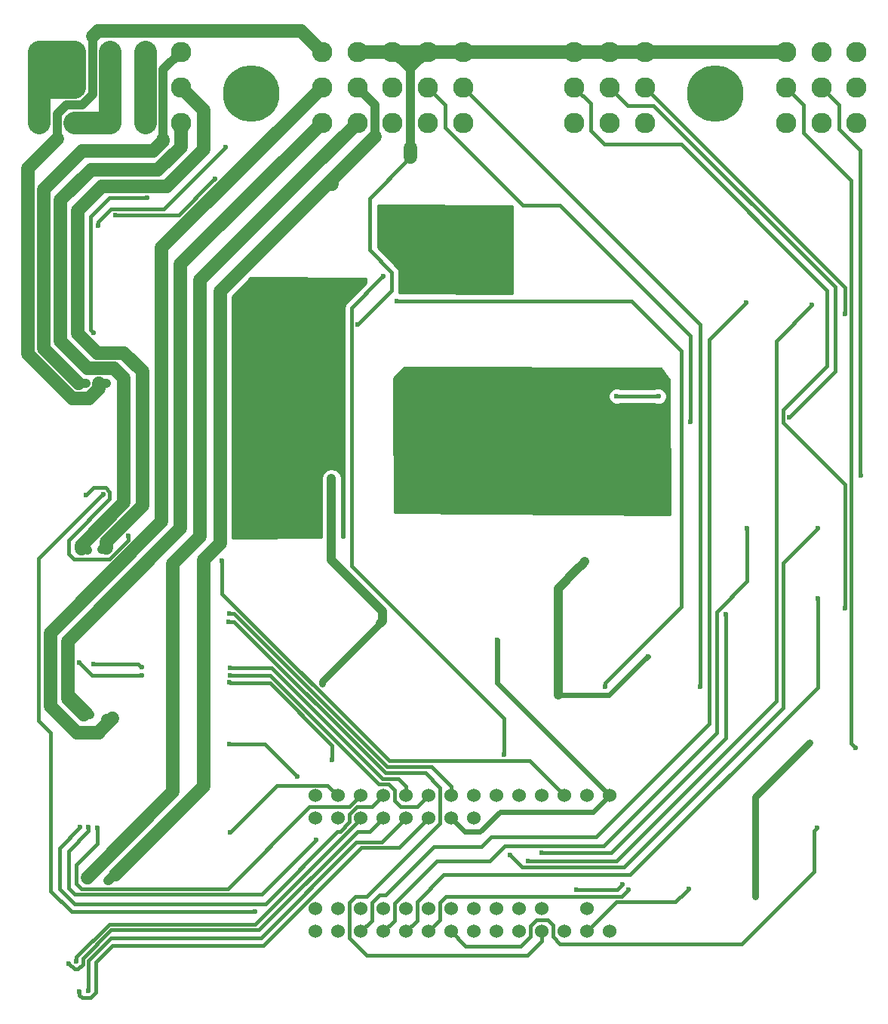
<source format=gbl>
G04 #@! TF.FileFunction,Copper,L2,Bot,Signal*
%FSLAX46Y46*%
G04 Gerber Fmt 4.6, Leading zero omitted, Abs format (unit mm)*
G04 Created by KiCad (PCBNEW 0.201603210401+6634~43~ubuntu14.04.1-product) date lör  2 apr 2016 12:08:47*
%MOMM*%
G01*
G04 APERTURE LIST*
%ADD10C,0.050000*%
%ADD11C,1.524000*%
%ADD12C,6.350000*%
%ADD13C,2.286000*%
%ADD14C,0.600000*%
%ADD15C,2.500000*%
%ADD16C,0.400000*%
%ADD17C,0.600000*%
%ADD18C,1.500000*%
%ADD19C,1.000000*%
%ADD20C,0.800000*%
%ADD21C,0.254000*%
G04 APERTURE END LIST*
D10*
D11*
X145592800Y-126390400D03*
X143052800Y-126390400D03*
X140512800Y-126390400D03*
X137972800Y-126390400D03*
X135432800Y-126390400D03*
X132892800Y-126390400D03*
X130352800Y-126390400D03*
X127812800Y-126390400D03*
X125272800Y-126390400D03*
X122732800Y-126390400D03*
X120192800Y-126390400D03*
X117652800Y-126390400D03*
X115112800Y-126390400D03*
X112572800Y-126390400D03*
X112572800Y-141630400D03*
X115112800Y-141630400D03*
X117652800Y-141630400D03*
X120192800Y-141630400D03*
X122732800Y-141630400D03*
X125272800Y-141630400D03*
X127812800Y-141630400D03*
X130352800Y-141630400D03*
X132892800Y-141630400D03*
X135432800Y-141630400D03*
X137972800Y-141630400D03*
X140512800Y-141630400D03*
X143052800Y-141630400D03*
X145592800Y-141630400D03*
X143052800Y-139090400D03*
X137972800Y-139090400D03*
X130352800Y-128930400D03*
X127812800Y-128930400D03*
X125272800Y-128930400D03*
X122732800Y-128930400D03*
X120192800Y-128930400D03*
X117652800Y-128930400D03*
X115112800Y-128930400D03*
X115112800Y-139090400D03*
X117652800Y-139090400D03*
X120192800Y-139090400D03*
X122732800Y-139090400D03*
X125272800Y-139090400D03*
X127812800Y-139090400D03*
X130352800Y-139090400D03*
X132892800Y-139090400D03*
X135432800Y-139090400D03*
X112572800Y-128930400D03*
X112572800Y-139090400D03*
D12*
X157480000Y-47625000D03*
X105410000Y-47625000D03*
D13*
X149555200Y-42926000D03*
X149555200Y-46913800D03*
X149555200Y-50901600D03*
X145592800Y-42926000D03*
X141630400Y-42926000D03*
X141630400Y-46913800D03*
X145592800Y-46913800D03*
X141630400Y-50901600D03*
X145592800Y-50901600D03*
X165404800Y-50901600D03*
X169367200Y-50901600D03*
X173329600Y-50901600D03*
X165404800Y-46913800D03*
X169367200Y-46913800D03*
X173329600Y-46913800D03*
X165404800Y-42926000D03*
X169367200Y-42926000D03*
X173329600Y-42926000D03*
X97485200Y-42926000D03*
X93522800Y-42926000D03*
X89560400Y-42926000D03*
X85598000Y-42926000D03*
X81635600Y-42926000D03*
X97485200Y-46913800D03*
X93522800Y-46913800D03*
X89560400Y-46913800D03*
X85598000Y-46913800D03*
X81635600Y-46913800D03*
X97485200Y-50901600D03*
X93522800Y-50901600D03*
X89560400Y-50901600D03*
X85598000Y-50901600D03*
X81635600Y-50901600D03*
X113334800Y-42926000D03*
X117297200Y-42926000D03*
X121259600Y-42926000D03*
X125222000Y-42926000D03*
X129184400Y-42926000D03*
X113334800Y-46913800D03*
X117297200Y-46913800D03*
X121259600Y-46913800D03*
X125222000Y-46913800D03*
X129184400Y-46913800D03*
X113334800Y-50901600D03*
X117297200Y-50901600D03*
X121259600Y-50901600D03*
X125222000Y-50901600D03*
X129184400Y-50901600D03*
D14*
X146380200Y-81559400D03*
X151063210Y-81584483D03*
X123266200Y-53721000D03*
X123291600Y-54711600D03*
X123291600Y-54711600D03*
X154457398Y-136855200D03*
X132969000Y-108940600D03*
X117348000Y-73507600D03*
X114401600Y-90830400D03*
X120091200Y-105664000D03*
X113334800Y-113842800D03*
X119888000Y-107035600D03*
X149885400Y-110744000D03*
X168046400Y-120421400D03*
X161925000Y-137718800D03*
X139852400Y-114147600D03*
X141986000Y-100990400D03*
X142849600Y-100126800D03*
X139852400Y-115112800D03*
X141097000Y-83108800D03*
X141808200Y-83464400D03*
X142367000Y-83972400D03*
X142367000Y-84836000D03*
X142341600Y-85699600D03*
X142341600Y-86537800D03*
X142341600Y-87401400D03*
X142341600Y-88341200D03*
X142341600Y-89255600D03*
X141478000Y-90373200D03*
X140512800Y-90373200D03*
X139547600Y-90373200D03*
X138582400Y-90398600D03*
X137591800Y-90373200D03*
X136601202Y-90449400D03*
X135636000Y-90398600D03*
X134645400Y-90424000D03*
X133680200Y-90449400D03*
X132765800Y-90398600D03*
X132181600Y-89814400D03*
X132156200Y-88976200D03*
X132181600Y-88087200D03*
X132181600Y-87122000D03*
X132181600Y-86309200D03*
X132181600Y-85471000D03*
X132181600Y-84455000D03*
X132156200Y-83718400D03*
X133781800Y-83210400D03*
X134823200Y-83210400D03*
X135915400Y-83185000D03*
X136906000Y-83185000D03*
X138023600Y-83159600D03*
X139166600Y-83159600D03*
X140208000Y-83134200D03*
X173228000Y-121031000D03*
X173786800Y-90474800D03*
X171983400Y-72364600D03*
X165760400Y-83896200D03*
X171983400Y-105384600D03*
X89103200Y-80162402D03*
X88290400Y-80162400D03*
X89814400Y-117729000D03*
X89077800Y-117779800D03*
X89306400Y-135890000D03*
X89839800Y-135407400D03*
X123799600Y-62839600D03*
X123520200Y-63881000D03*
X123520200Y-64744600D03*
X123520200Y-65582800D03*
X123494802Y-69646800D03*
X123494800Y-68884800D03*
X123494800Y-68122800D03*
X123494800Y-67310000D03*
X123520200Y-66471800D03*
X131394200Y-69850000D03*
X131368800Y-68986400D03*
X131368800Y-68199000D03*
X131343400Y-67335400D03*
X131318000Y-63627000D03*
X131318000Y-64617600D03*
X131318000Y-65582800D03*
X131343400Y-66421000D03*
X154686000Y-84429600D03*
X155778200Y-114198402D03*
X87299798Y-117271800D03*
X86588600Y-117271800D03*
X87028400Y-135854200D03*
X87680800Y-135201800D03*
X93726000Y-59312621D03*
X87655400Y-74422000D03*
X89281000Y-98742496D03*
X88582500Y-98742500D03*
X86995000Y-98806000D03*
X86296504Y-98806000D03*
X86004406Y-80111600D03*
X86817200Y-80111600D03*
X102489000Y-53644800D03*
X88177610Y-62458600D03*
X145084800Y-114173000D03*
X121716800Y-70866000D03*
X147040600Y-136386810D03*
X141909800Y-136956800D03*
X111150400Y-80416400D03*
X114858800Y-80238600D03*
X115062000Y-88442800D03*
X114122200Y-88442800D03*
X113030000Y-88468200D03*
X112090200Y-88442800D03*
X111074200Y-88442800D03*
X110261400Y-88468200D03*
X109397800Y-88468200D03*
X108534200Y-88468200D03*
X107873800Y-87909400D03*
X107873800Y-86918800D03*
X107873800Y-86080600D03*
X107899200Y-85140800D03*
X107873800Y-84175600D03*
X107873800Y-83312000D03*
X107873800Y-82499200D03*
X107899200Y-81559400D03*
X113856000Y-80162400D03*
X112877600Y-80137002D03*
X112014000Y-80137000D03*
X120192800Y-68097400D03*
X133731000Y-121791490D03*
X102997000Y-130530600D03*
X112674400Y-131343400D03*
X87122000Y-129946400D03*
X101305958Y-57174860D03*
X90119200Y-61264800D03*
X102971600Y-113665000D03*
X114452400Y-122351800D03*
X87706200Y-111582200D03*
X93069625Y-111950599D03*
X102996362Y-112065669D03*
X88754272Y-92538237D03*
X105841800Y-139420600D03*
X102108000Y-100025200D03*
X91567000Y-97231200D03*
X86868000Y-92633800D03*
X85771179Y-144953981D03*
X84912200Y-145211800D03*
X147726400Y-136931400D03*
X168859200Y-129997200D03*
X168935400Y-104241600D03*
X158648400Y-106045000D03*
X137998200Y-132816600D03*
X161010600Y-96393000D03*
X134467596Y-133045200D03*
X168960800Y-96367600D03*
X136474200Y-133680200D03*
X168325800Y-71348600D03*
X160959800Y-71043800D03*
X86169500Y-129921000D03*
X88112600Y-129971800D03*
X86080600Y-111480600D03*
X93091000Y-112928398D03*
X103003991Y-112865644D03*
X110515398Y-124206000D03*
X102971600Y-120599200D03*
X102933500Y-105918000D03*
X102870000Y-106870500D03*
X86093779Y-148335607D03*
X87071200Y-148285200D03*
D15*
X85598000Y-46913800D02*
X85598000Y-46888400D01*
X85598000Y-46888400D02*
X81635600Y-42926000D01*
X85598000Y-46913800D02*
X81635600Y-46913800D01*
X85598000Y-42926000D02*
X85598000Y-46913800D01*
X81635600Y-46913800D02*
X82778599Y-45770801D01*
X82778599Y-45770801D02*
X84455001Y-45770801D01*
X84455001Y-45770801D02*
X85490991Y-46806791D01*
X85490991Y-46806791D02*
X85490991Y-46913800D01*
X81635600Y-42926000D02*
X83252046Y-42926000D01*
X83252046Y-42926000D02*
X85490991Y-42926000D01*
X81635600Y-46913800D02*
X81635600Y-50901600D01*
X81635600Y-42926000D02*
X81635600Y-46913800D01*
X93522800Y-46913800D02*
X93522800Y-50901600D01*
X93522800Y-42926000D02*
X93522800Y-46913800D01*
D16*
X117348000Y-73507600D02*
X121172201Y-69683399D01*
X121172201Y-69683399D02*
X121172201Y-67710599D01*
X121172201Y-67710599D02*
X118643400Y-65181798D01*
X118643400Y-59359800D02*
X122991601Y-55011599D01*
X118643400Y-65181798D02*
X118643400Y-59359800D01*
X122991601Y-55011599D02*
X123291600Y-54711600D01*
X146405283Y-81584483D02*
X146380200Y-81559400D01*
X151063210Y-81584483D02*
X146405283Y-81584483D01*
D17*
X127812800Y-128930400D02*
X129336800Y-130454400D01*
X143750438Y-128232762D02*
X145592800Y-126390400D01*
X131064000Y-130454400D02*
X133285638Y-128232762D01*
X129336800Y-130454400D02*
X131064000Y-130454400D01*
X133285638Y-128232762D02*
X143750438Y-128232762D01*
D18*
X121259600Y-42926000D02*
X117297200Y-42926000D01*
X149555200Y-42926000D02*
X165404800Y-42926000D01*
X145592800Y-42926000D02*
X149555200Y-42926000D01*
X141630400Y-42926000D02*
X145592800Y-42926000D01*
X129184400Y-42926000D02*
X141630400Y-42926000D01*
X125222000Y-42926000D02*
X129184400Y-42926000D01*
X121259600Y-42926000D02*
X125222000Y-42926000D01*
X123266200Y-53721000D02*
X123266200Y-54686200D01*
X123266200Y-54686200D02*
X123291600Y-54711600D01*
D19*
X123266200Y-44932600D02*
X123266200Y-53296736D01*
X123190000Y-44856400D02*
X123266200Y-44932600D01*
X123266200Y-53296736D02*
X123266200Y-53721000D01*
X123748800Y-43408600D02*
X122809000Y-43408600D01*
X123088401Y-44068999D02*
X123748800Y-43408600D01*
X123748800Y-43408600D02*
X123748800Y-42926000D01*
X121259600Y-42926000D02*
X122402599Y-44068999D01*
X122402599Y-44068999D02*
X123088401Y-44068999D01*
X123190000Y-44856400D02*
X123291600Y-44856400D01*
X123291600Y-44856400D02*
X125222000Y-42926000D01*
X123190000Y-44856400D02*
X121259600Y-42926000D01*
D16*
X123291600Y-53136800D02*
X123291600Y-43383200D01*
X123291600Y-54711600D02*
X123291600Y-53136800D01*
X143052800Y-141630400D02*
X146380200Y-138303000D01*
X146380200Y-138303000D02*
X153009598Y-138303000D01*
X153009598Y-138303000D02*
X154157399Y-137155199D01*
X154157399Y-137155199D02*
X154457398Y-136855200D01*
D17*
X132969000Y-109364864D02*
X132969000Y-108940600D01*
X132969000Y-113766600D02*
X132969000Y-109364864D01*
X145592800Y-126390400D02*
X132969000Y-113766600D01*
D16*
X123291600Y-43383200D02*
X123748800Y-42926000D01*
D19*
X121259600Y-42926000D02*
X123748800Y-42926000D01*
X123748800Y-42926000D02*
X165404800Y-42926000D01*
X120091200Y-105664000D02*
X120091200Y-106832400D01*
X120091200Y-106832400D02*
X119888000Y-107035600D01*
X114401600Y-91254664D02*
X114401600Y-90830400D01*
X114401600Y-99974400D02*
X114401600Y-91254664D01*
X120091200Y-105664000D02*
X114401600Y-99974400D01*
D20*
X119888000Y-107035600D02*
X113334800Y-113588800D01*
X113334800Y-113588800D02*
X113334800Y-113842800D01*
D17*
X149585401Y-111043999D02*
X149885400Y-110744000D01*
X145516600Y-115112800D02*
X149585401Y-111043999D01*
X139852400Y-115112800D02*
X145516600Y-115112800D01*
D20*
X161925000Y-126542800D02*
X167746401Y-120721399D01*
X161925000Y-137718800D02*
X161925000Y-126542800D01*
X167746401Y-120721399D02*
X168046400Y-120421400D01*
D19*
X139852400Y-115112800D02*
X139852400Y-114147600D01*
X139852400Y-114147600D02*
X139852400Y-103124000D01*
X139852400Y-103124000D02*
X141986000Y-100990400D01*
X141986000Y-100990400D02*
X142549601Y-100426799D01*
X142549601Y-100426799D02*
X142849600Y-100126800D01*
D17*
X141097000Y-83108800D02*
X140233400Y-83108800D01*
X140233400Y-83108800D02*
X140208000Y-83134200D01*
X141808200Y-83464400D02*
X141452600Y-83464400D01*
X141452600Y-83464400D02*
X141097000Y-83108800D01*
X142367000Y-83972400D02*
X142316200Y-83972400D01*
X142316200Y-83972400D02*
X141808200Y-83464400D01*
X142367000Y-84836000D02*
X142367000Y-83972400D01*
X142341600Y-85699600D02*
X142341600Y-84861400D01*
X142341600Y-84861400D02*
X142367000Y-84836000D01*
X142341600Y-86537800D02*
X142341600Y-85699600D01*
X142341600Y-87401400D02*
X142341600Y-86537800D01*
X142341600Y-88341200D02*
X142341600Y-87401400D01*
X142341600Y-89255600D02*
X142341600Y-88341200D01*
X141478000Y-90373200D02*
X141478000Y-90119200D01*
X141478000Y-90119200D02*
X142341600Y-89255600D01*
X140512800Y-90373200D02*
X141478000Y-90373200D01*
X139547600Y-90373200D02*
X140512800Y-90373200D01*
X138582400Y-90398600D02*
X139522200Y-90398600D01*
X139522200Y-90398600D02*
X139547600Y-90373200D01*
X137591800Y-90373200D02*
X138557000Y-90373200D01*
X138557000Y-90373200D02*
X138582400Y-90398600D01*
X136601202Y-90449400D02*
X137515600Y-90449400D01*
X137515600Y-90449400D02*
X137591800Y-90373200D01*
X136550402Y-90398600D02*
X136601202Y-90449400D01*
X135636000Y-90398600D02*
X136550402Y-90398600D01*
X135610600Y-90424000D02*
X135636000Y-90398600D01*
X134645400Y-90424000D02*
X135610600Y-90424000D01*
X134620000Y-90449400D02*
X134645400Y-90424000D01*
X133680200Y-90449400D02*
X134620000Y-90449400D01*
X132765800Y-90398600D02*
X133629400Y-90398600D01*
X133629400Y-90398600D02*
X133680200Y-90449400D01*
X132181600Y-89814400D02*
X132765800Y-90398600D01*
X132156200Y-88976200D02*
X132156200Y-89789000D01*
X132156200Y-89789000D02*
X132181600Y-89814400D01*
X132181600Y-88087200D02*
X132181600Y-88950800D01*
X132181600Y-88950800D02*
X132156200Y-88976200D01*
X132181600Y-87122000D02*
X132181600Y-88087200D01*
X132181600Y-86309200D02*
X132181600Y-87122000D01*
X132181600Y-85471000D02*
X132181600Y-86309200D01*
X132181600Y-84455000D02*
X132181600Y-85471000D01*
X132156200Y-83718400D02*
X132156200Y-84429600D01*
X132156200Y-84429600D02*
X132181600Y-84455000D01*
X132765800Y-83210400D02*
X132664200Y-83210400D01*
X132664200Y-83210400D02*
X132156200Y-83718400D01*
X133781800Y-83210400D02*
X132765800Y-83210400D01*
X134823200Y-83210400D02*
X133781800Y-83210400D01*
X135915400Y-83185000D02*
X134848600Y-83185000D01*
X134848600Y-83185000D02*
X134823200Y-83210400D01*
X136906000Y-83185000D02*
X135915400Y-83185000D01*
X138023600Y-83159600D02*
X136931400Y-83159600D01*
X136931400Y-83159600D02*
X136906000Y-83185000D01*
X139166600Y-83159600D02*
X138023600Y-83159600D01*
X140208000Y-83134200D02*
X139192000Y-83134200D01*
X139192000Y-83134200D02*
X139166600Y-83159600D01*
D16*
X172731199Y-120534199D02*
X172928001Y-120731001D01*
X172731199Y-87725799D02*
X172731199Y-120534199D01*
X172694600Y-87689200D02*
X172731199Y-87725799D01*
X172694600Y-57389040D02*
X172694600Y-87689200D01*
X167335200Y-52029640D02*
X172694600Y-57389040D01*
X167335200Y-48844200D02*
X167335200Y-52029640D01*
X165404800Y-46913800D02*
X167335200Y-48844200D01*
X172928001Y-120731001D02*
X173228000Y-121031000D01*
X173736000Y-54000400D02*
X173736000Y-90424000D01*
X171323000Y-51587400D02*
X173736000Y-54000400D01*
X169367200Y-46913800D02*
X171323000Y-48869600D01*
X171323000Y-48869600D02*
X171323000Y-51587400D01*
X173736000Y-90424000D02*
X173786800Y-90474800D01*
X171983400Y-69342000D02*
X171983400Y-71940336D01*
X149555200Y-46913800D02*
X171983400Y-69342000D01*
X171983400Y-71940336D02*
X171983400Y-72364600D01*
X145592800Y-46913800D02*
X147624800Y-48945800D01*
X147624800Y-48945800D02*
X150520400Y-48945800D01*
X150520400Y-48945800D02*
X170891200Y-69316600D01*
X170891200Y-69316600D02*
X170891200Y-78765400D01*
X170891200Y-78765400D02*
X166060399Y-83596201D01*
X166060399Y-83596201D02*
X165760400Y-83896200D01*
X141630400Y-46913800D02*
X143459200Y-48742600D01*
X170002200Y-69697600D02*
X170002200Y-78181200D01*
X171983400Y-104960336D02*
X171983400Y-105384600D01*
X143459200Y-48742600D02*
X143459200Y-51765200D01*
X143459200Y-51765200D02*
X145008600Y-53314600D01*
X145008600Y-53314600D02*
X153619200Y-53314600D01*
X153619200Y-53314600D02*
X170002200Y-69697600D01*
X170002200Y-78181200D02*
X165060399Y-83123001D01*
X165060399Y-83123001D02*
X165060399Y-84516999D01*
X165060399Y-84516999D02*
X171983400Y-91440000D01*
X171983400Y-91440000D02*
X171983400Y-104960336D01*
D18*
X87579200Y-41148000D02*
X88163400Y-40563800D01*
X88163400Y-40563800D02*
X110972600Y-40563800D01*
X110972600Y-40563800D02*
X112191801Y-41783001D01*
X112191801Y-41783001D02*
X113334800Y-42926000D01*
D19*
X87579200Y-41148000D02*
X87579200Y-47690330D01*
X86405720Y-48863810D02*
X84638590Y-48863810D01*
X87579200Y-47690330D02*
X86405720Y-48863810D01*
X84638590Y-48863810D02*
X83616800Y-49885600D01*
X83616800Y-49885600D02*
X83616800Y-52705000D01*
D18*
X88290400Y-80162400D02*
X88290400Y-80689023D01*
X88290400Y-80689023D02*
X87167814Y-81811609D01*
X87167814Y-81811609D02*
X85300238Y-81811610D01*
X85300238Y-81811610D02*
X80314800Y-76826172D01*
X80314800Y-76826172D02*
X80314800Y-56007000D01*
X80314800Y-56007000D02*
X83616800Y-52705000D01*
D19*
X88290400Y-80586664D02*
X88290400Y-80162400D01*
X89103200Y-80162402D02*
X88290402Y-80162402D01*
X88290402Y-80162402D02*
X88290400Y-80162400D01*
D18*
X95351600Y-95631000D02*
X82854800Y-108127800D01*
X113334800Y-46913800D02*
X95351600Y-64897000D01*
X82854800Y-108127800D02*
X82854800Y-116332000D01*
X95351600Y-64897000D02*
X95351600Y-95631000D01*
X88290400Y-119329200D02*
X88290400Y-119253000D01*
X88290400Y-119253000D02*
X89814400Y-117729000D01*
X85852000Y-119329200D02*
X88290400Y-119329200D01*
X82854800Y-116332000D02*
X85852000Y-119329200D01*
X82854800Y-116332000D02*
X82905600Y-116382800D01*
D19*
X89077800Y-118541800D02*
X89077800Y-117779800D01*
X83602411Y-107380189D02*
X82905600Y-108077000D01*
X89814400Y-117754400D02*
X89103200Y-117754400D01*
X89103200Y-117754400D02*
X89077800Y-117779800D01*
D18*
X100050600Y-99923600D02*
X101879400Y-98094800D01*
X101879400Y-98094800D02*
X101879400Y-69799200D01*
X101879400Y-69799200D02*
X114452400Y-57226200D01*
D19*
X89937314Y-135259086D02*
X89606399Y-135590001D01*
X89357200Y-135890000D02*
X89306400Y-135890000D01*
X89839800Y-135407400D02*
X89357200Y-135890000D01*
X89606399Y-135590001D02*
X89306400Y-135890000D01*
X90165914Y-135259086D02*
X89937314Y-135259086D01*
X90162464Y-135407400D02*
X89839800Y-135407400D01*
X90165914Y-135259086D02*
X90165914Y-135403950D01*
X90165914Y-135403950D02*
X90162464Y-135407400D01*
D18*
X100050600Y-125374400D02*
X100050600Y-106222800D01*
X100050600Y-106222800D02*
X100050600Y-99923600D01*
X90165914Y-135259086D02*
X100050600Y-125374400D01*
D19*
X114757200Y-57150000D02*
X114477800Y-57429400D01*
X100050600Y-99923600D02*
X100050600Y-125374400D01*
D18*
X119278400Y-52400200D02*
X114452400Y-57226200D01*
X114452400Y-57226200D02*
X114452400Y-57734200D01*
D19*
X119278400Y-48895000D02*
X119278400Y-52400200D01*
X117297200Y-46913800D02*
X119278400Y-48895000D01*
D17*
X123520200Y-63881000D02*
X123520200Y-63119000D01*
X123520200Y-63119000D02*
X123799600Y-62839600D01*
X123520200Y-64744600D02*
X123520200Y-63881000D01*
X123520200Y-65582800D02*
X123520200Y-64744600D01*
X123520200Y-66471800D02*
X123520200Y-65582800D01*
X123494800Y-69646798D02*
X123494802Y-69646800D01*
X123494800Y-68884800D02*
X123494800Y-69646798D01*
X123494800Y-68122800D02*
X123494800Y-68884800D01*
X123494800Y-67310000D02*
X123494800Y-68122800D01*
X123520200Y-66471800D02*
X123520200Y-67284600D01*
X123520200Y-67284600D02*
X123494800Y-67310000D01*
X131368800Y-68986400D02*
X131368800Y-69824600D01*
X131368800Y-69824600D02*
X131394200Y-69850000D01*
X131368800Y-68199000D02*
X131368800Y-68986400D01*
X131343400Y-67335400D02*
X131343400Y-68173600D01*
X131343400Y-68173600D02*
X131368800Y-68199000D01*
X131343400Y-66421000D02*
X131343400Y-67335400D01*
X131318000Y-64617600D02*
X131318000Y-63627000D01*
X131318000Y-65582800D02*
X131318000Y-64617600D01*
X131343400Y-66421000D02*
X131343400Y-65608200D01*
X131343400Y-65608200D02*
X131318000Y-65582800D01*
D16*
X140055600Y-60121800D02*
X154686000Y-74752200D01*
X154686000Y-84005336D02*
X154686000Y-84429600D01*
X135864600Y-60121800D02*
X140055600Y-60121800D01*
X127152400Y-48844200D02*
X127152400Y-51409600D01*
X125222000Y-46913800D02*
X127152400Y-48844200D01*
X154686000Y-74752200D02*
X154686000Y-84005336D01*
X127152400Y-51409600D02*
X135864600Y-60121800D01*
X155778200Y-113774138D02*
X155778200Y-114198402D01*
X155778200Y-73507600D02*
X155778200Y-113774138D01*
X129184400Y-46913800D02*
X155778200Y-73507600D01*
D18*
X84802422Y-114190222D02*
X84802422Y-109050378D01*
X84802422Y-109050378D02*
X97459800Y-96393000D01*
X97459800Y-96393000D02*
X97459800Y-66776600D01*
X97459800Y-66776600D02*
X113334800Y-50901600D01*
D19*
X84802422Y-114190222D02*
X84802422Y-114774424D01*
X86999799Y-116971801D02*
X87299798Y-117271800D01*
X84802422Y-114774424D02*
X86999799Y-116971801D01*
X86588600Y-117271800D02*
X87299798Y-117271800D01*
D18*
X86288601Y-116971801D02*
X86588600Y-117271800D01*
X84802422Y-114190222D02*
X84802422Y-115485622D01*
X84802422Y-115485622D02*
X86288601Y-116971801D01*
X111760000Y-56438800D02*
X99669600Y-68529200D01*
X99669600Y-97307400D02*
X96621600Y-100355400D01*
X96621600Y-100355400D02*
X96621600Y-125973549D01*
X96621600Y-125973549D02*
X87028400Y-135566749D01*
X87028400Y-135566749D02*
X87028400Y-135617285D01*
X99669600Y-68529200D02*
X99669600Y-97307400D01*
D19*
X114528600Y-53670200D02*
X111760000Y-56438800D01*
D18*
X117297200Y-50901600D02*
X111760000Y-56438800D01*
D19*
X87578477Y-135370225D02*
X87680800Y-135267902D01*
X87680800Y-135267902D02*
X87680800Y-135201800D01*
X87680800Y-135201800D02*
X87028400Y-135854200D01*
D15*
X85598000Y-50901600D02*
X89560400Y-50901600D01*
D16*
X87655400Y-74422000D02*
X87355401Y-74122001D01*
X87355401Y-74122001D02*
X87355401Y-61412399D01*
X87355401Y-61412399D02*
X89455179Y-59312621D01*
X89455179Y-59312621D02*
X93301736Y-59312621D01*
X93301736Y-59312621D02*
X93726000Y-59312621D01*
D15*
X89560400Y-42926000D02*
X89560400Y-46913800D01*
X89560400Y-50901600D02*
X89560400Y-46913800D01*
D18*
X88621630Y-58062611D02*
X85928200Y-60756041D01*
X100050600Y-53898800D02*
X95886791Y-58062611D01*
X100050600Y-49479200D02*
X100050600Y-53898800D01*
X93173122Y-78796722D02*
X93173122Y-93853000D01*
X97485200Y-46913800D02*
X100050600Y-49479200D01*
X95886791Y-58062611D02*
X88621630Y-58062611D01*
X85928200Y-60756041D02*
X85928200Y-74544802D01*
X91080202Y-76703802D02*
X93173122Y-78796722D01*
X89104224Y-97921898D02*
X89104224Y-98565720D01*
X93173122Y-93853000D02*
X89104224Y-97921898D01*
X85928200Y-74544802D02*
X88087200Y-76703802D01*
X88087200Y-76703802D02*
X91080202Y-76703802D01*
D19*
X88882499Y-98442501D02*
X88582500Y-98742500D01*
X89280996Y-98742500D02*
X89281000Y-98742496D01*
X88582500Y-98742500D02*
X89280996Y-98742500D01*
D18*
X97485200Y-50901600D02*
X97485200Y-53619400D01*
X97485200Y-53619400D02*
X94919800Y-56184800D01*
X83997800Y-59588400D02*
X83997800Y-75387200D01*
X91084400Y-79527400D02*
X91084400Y-93537546D01*
X94919800Y-56184800D02*
X87401400Y-56184800D01*
X87401400Y-56184800D02*
X83997800Y-59588400D01*
X83997800Y-75387200D02*
X87045800Y-78435200D01*
X87045800Y-78435200D02*
X89992200Y-78435200D01*
X89992200Y-78435200D02*
X91084400Y-79527400D01*
X91084400Y-93537546D02*
X86296504Y-98325442D01*
X86296504Y-98325442D02*
X86296504Y-98671990D01*
D19*
X86695001Y-98506001D02*
X86995000Y-98806000D01*
X86469499Y-98506001D02*
X86695001Y-98506001D01*
X86296504Y-98678996D02*
X86296504Y-98806000D01*
X86469499Y-98506001D02*
X86296504Y-98678996D01*
D18*
X86004406Y-80111600D02*
X82143600Y-76250794D01*
X82143600Y-76250794D02*
X82143600Y-58369200D01*
X82143600Y-58369200D02*
X86461600Y-54051200D01*
X86461600Y-54051200D02*
X94361000Y-54051200D01*
X94361000Y-54051200D02*
X95478600Y-52933600D01*
X95478600Y-52933600D02*
X95478600Y-52781200D01*
D19*
X97485200Y-42926000D02*
X95478600Y-44932600D01*
X95478600Y-44932600D02*
X95478600Y-52781200D01*
X86817200Y-80111600D02*
X86004406Y-80111600D01*
D16*
X102189001Y-53944799D02*
X102489000Y-53644800D01*
X95569001Y-60564799D02*
X102189001Y-53944799D01*
X88177610Y-62034336D02*
X89647147Y-60564799D01*
X88177610Y-62458600D02*
X88177610Y-62034336D01*
X89647147Y-60564799D02*
X95569001Y-60564799D01*
X121716800Y-70866000D02*
X148056600Y-70866000D01*
X148056600Y-70866000D02*
X153644600Y-76454000D01*
X153644600Y-76454000D02*
X153644600Y-105188936D01*
X153644600Y-105188936D02*
X145084800Y-113748736D01*
X145084800Y-113748736D02*
X145084800Y-114173000D01*
X141909800Y-136956800D02*
X146470610Y-136956800D01*
X146740601Y-136686809D02*
X147040600Y-136386810D01*
X146470610Y-136956800D02*
X146740601Y-136686809D01*
D20*
X111429800Y-80137000D02*
X111150400Y-80416400D01*
X112014000Y-80137000D02*
X111429800Y-80137000D01*
X113856000Y-80162400D02*
X114782600Y-80162400D01*
X114782600Y-80162400D02*
X114858800Y-80238600D01*
X114122200Y-88442800D02*
X115062000Y-88442800D01*
X113030000Y-88468200D02*
X114096800Y-88468200D01*
X114096800Y-88468200D02*
X114122200Y-88442800D01*
X112090200Y-88442800D02*
X113004600Y-88442800D01*
X113004600Y-88442800D02*
X113030000Y-88468200D01*
X111074200Y-88442800D02*
X112090200Y-88442800D01*
X110261400Y-88468200D02*
X111048800Y-88468200D01*
X111048800Y-88468200D02*
X111074200Y-88442800D01*
X109397800Y-88468200D02*
X110261400Y-88468200D01*
X108534200Y-88468200D02*
X109397800Y-88468200D01*
X107873800Y-87909400D02*
X107975400Y-87909400D01*
X107975400Y-87909400D02*
X108534200Y-88468200D01*
X107873800Y-86918800D02*
X107873800Y-87909400D01*
X107873800Y-86080600D02*
X107873800Y-86918800D01*
X107899200Y-85140800D02*
X107899200Y-86055200D01*
X107899200Y-86055200D02*
X107873800Y-86080600D01*
X107873800Y-82499200D02*
X107873800Y-83312000D01*
X107873800Y-84175600D02*
X107873800Y-85115400D01*
X107873800Y-85115400D02*
X107899200Y-85140800D01*
X107873800Y-83312000D02*
X107873800Y-84175600D01*
X107899200Y-81559400D02*
X107899200Y-82473800D01*
X107899200Y-82473800D02*
X107873800Y-82499200D01*
X112877600Y-80137002D02*
X113830602Y-80137002D01*
X113830602Y-80137002D02*
X113856000Y-80162400D01*
X112877598Y-80137000D02*
X112877600Y-80137002D01*
X112014000Y-80137000D02*
X112877598Y-80137000D01*
D16*
X119892801Y-68397399D02*
X120192800Y-68097400D01*
X116647999Y-100620599D02*
X116647999Y-71642201D01*
X133731000Y-117703600D02*
X116647999Y-100620599D01*
X116647999Y-71642201D02*
X119892801Y-68397399D01*
X133731000Y-121791490D02*
X133731000Y-117703600D01*
X115112800Y-126390400D02*
X113950799Y-125228399D01*
X103296999Y-130230601D02*
X102997000Y-130530600D01*
X108299201Y-125228399D02*
X103296999Y-130230601D01*
X113950799Y-125228399D02*
X108299201Y-125228399D01*
X112374401Y-131643399D02*
X112674400Y-131343400D01*
X87122000Y-129946400D02*
X87122000Y-130370664D01*
X85599420Y-137440820D02*
X106576980Y-137440820D01*
X106576980Y-137440820D02*
X112374401Y-131643399D01*
X84912200Y-136753600D02*
X85599420Y-137440820D01*
X84912200Y-132580464D02*
X84912200Y-136753600D01*
X87122000Y-130370664D02*
X84912200Y-132580464D01*
X97216018Y-61264800D02*
X101005959Y-57474859D01*
X90119200Y-61264800D02*
X97216018Y-61264800D01*
X101005959Y-57474859D02*
X101305958Y-57174860D01*
X114452400Y-122351800D02*
X114452400Y-120726200D01*
X114452400Y-120726200D02*
X107467400Y-113741200D01*
X107467400Y-113741200D02*
X103047800Y-113741200D01*
X103047800Y-113741200D02*
X102971600Y-113665000D01*
X92701226Y-111582200D02*
X88130464Y-111582200D01*
X93069625Y-111950599D02*
X92701226Y-111582200D01*
X88130464Y-111582200D02*
X87706200Y-111582200D01*
X120075390Y-124469590D02*
X107671469Y-112065669D01*
X103420626Y-112065669D02*
X102996362Y-112065669D01*
X121889620Y-124469590D02*
X120075390Y-124469590D01*
X122732800Y-126390400D02*
X122732800Y-125312770D01*
X107671469Y-112065669D02*
X103420626Y-112065669D01*
X122732800Y-125312770D02*
X121889620Y-124469590D01*
X81508600Y-99783909D02*
X88454273Y-92838236D01*
X82905600Y-137083800D02*
X82905600Y-119329200D01*
X82905600Y-119329200D02*
X81508600Y-117932200D01*
X85242400Y-139420600D02*
X82905600Y-137083800D01*
X105841800Y-139420600D02*
X85242400Y-139420600D01*
X81508600Y-117932200D02*
X81508600Y-99783909D01*
X88454273Y-92838236D02*
X88754272Y-92538237D01*
X86868000Y-92633800D02*
X87682301Y-91819499D01*
X87682301Y-91819499D02*
X89025499Y-91819499D01*
X84912200Y-97713800D02*
X84912200Y-99237800D01*
X89025499Y-91819499D02*
X89509600Y-92303600D01*
X89509600Y-92303600D02*
X89509600Y-93116400D01*
X91567000Y-97729302D02*
X91567000Y-97655464D01*
X91567000Y-97655464D02*
X91567000Y-97231200D01*
X89509600Y-93116400D02*
X84912200Y-97713800D01*
X85496400Y-99822000D02*
X89474302Y-99822000D01*
X84912200Y-99237800D02*
X85496400Y-99822000D01*
X89474302Y-99822000D02*
X91567000Y-97729302D01*
X102108000Y-100449464D02*
X102108000Y-100025200D01*
X102108000Y-103747384D02*
X102108000Y-100449464D01*
X120852116Y-122491500D02*
X102108000Y-103747384D01*
X136613900Y-122491500D02*
X120852116Y-122491500D01*
X140512800Y-126390400D02*
X136613900Y-122491500D01*
X85771179Y-144529717D02*
X85771179Y-144953981D01*
X89463514Y-140792200D02*
X85771179Y-144484535D01*
X85771179Y-144484535D02*
X85771179Y-144529717D01*
X105826743Y-140792200D02*
X89463514Y-140792200D01*
X117652800Y-128930400D02*
X117652800Y-128966143D01*
X117652800Y-128966143D02*
X105826743Y-140792200D01*
X119430801Y-129692399D02*
X120192800Y-128930400D01*
X118694200Y-130429000D02*
X119430801Y-129692399D01*
X117284500Y-130429000D02*
X118694200Y-130429000D01*
X89651657Y-141452600D02*
X106260900Y-141452600D01*
X86471189Y-144633068D02*
X89651657Y-141452600D01*
X85917857Y-145846800D02*
X86471189Y-145293468D01*
X85547200Y-145846800D02*
X85917857Y-145846800D01*
X106260900Y-141452600D02*
X117284500Y-130429000D01*
X86471189Y-145293468D02*
X86471189Y-144633068D01*
X84912200Y-145211800D02*
X85547200Y-145846800D01*
X125272800Y-141630400D02*
X126542800Y-140360400D01*
X146975599Y-137682201D02*
X147426401Y-137231399D01*
X126542800Y-140360400D02*
X126542800Y-138379200D01*
X126542800Y-138379200D02*
X127239799Y-137682201D01*
X127239799Y-137682201D02*
X146975599Y-137682201D01*
X147426401Y-137231399D02*
X147726400Y-136931400D01*
X127812800Y-141630400D02*
X129463800Y-143281400D01*
X129463800Y-143281400D02*
X135636000Y-143281400D01*
X135636000Y-143281400D02*
X136702800Y-142214600D01*
X136702800Y-141020800D02*
X137363200Y-140360400D01*
X160401000Y-143027400D02*
X168559201Y-134869199D01*
X168559201Y-130297199D02*
X168859200Y-129997200D01*
X136702800Y-142214600D02*
X136702800Y-141020800D01*
X137363200Y-140360400D02*
X138684000Y-140360400D01*
X138684000Y-140360400D02*
X139242800Y-140919200D01*
X139242800Y-140919200D02*
X139242800Y-142214600D01*
X139242800Y-142214600D02*
X140055600Y-143027400D01*
X140055600Y-143027400D02*
X160401000Y-143027400D01*
X168559201Y-134869199D02*
X168559201Y-130297199D01*
X122732800Y-141630400D02*
X123977400Y-140385800D01*
X147863742Y-135280400D02*
X168935400Y-114208742D01*
X123977400Y-140385800D02*
X123977400Y-138303000D01*
X123977400Y-138303000D02*
X127000000Y-135280400D01*
X127000000Y-135280400D02*
X147863742Y-135280400D01*
X168935400Y-114208742D02*
X168935400Y-104665864D01*
X168935400Y-104665864D02*
X168935400Y-104241600D01*
X158648400Y-106469264D02*
X158648400Y-106045000D01*
X158648400Y-119913400D02*
X158648400Y-106469264D01*
X137998200Y-132816600D02*
X145745200Y-132816600D01*
X145745200Y-132816600D02*
X158648400Y-119913400D01*
X120192800Y-141630400D02*
X121437400Y-140385800D01*
X161010600Y-96817264D02*
X161010600Y-96393000D01*
X121437400Y-140385800D02*
X121437400Y-138480800D01*
X121437400Y-138480800D02*
X126212600Y-133705600D01*
X126212600Y-133705600D02*
X132161598Y-133705600D01*
X132161598Y-133705600D02*
X133863398Y-132003800D01*
X133863398Y-132003800D02*
X144907000Y-132003800D01*
X144907000Y-132003800D02*
X157597411Y-119313389D01*
X161010600Y-102341996D02*
X161010600Y-96817264D01*
X157597411Y-119313389D02*
X157597411Y-105755185D01*
X157597411Y-105755185D02*
X161010600Y-102341996D01*
X168960800Y-96367600D02*
X165060400Y-100268000D01*
X165060400Y-100268000D02*
X165060400Y-116508942D01*
X135808999Y-134386599D02*
X134467596Y-133045196D01*
X165060400Y-116508942D02*
X147182743Y-134386599D01*
X147182743Y-134386599D02*
X135808999Y-134386599D01*
X134467596Y-133045196D02*
X134467596Y-133045200D01*
X136898464Y-133680200D02*
X136474200Y-133680200D01*
X146380200Y-133680200D02*
X136898464Y-133680200D01*
X164312600Y-115747800D02*
X146380200Y-133680200D01*
X164312600Y-75361800D02*
X164312600Y-115747800D01*
X168325800Y-71348600D02*
X164312600Y-75361800D01*
X117652800Y-141630400D02*
X118897400Y-140385800D01*
X118897400Y-140385800D02*
X118897400Y-138404600D01*
X131216400Y-132080000D02*
X132283200Y-131013200D01*
X118897400Y-138404600D02*
X119761000Y-137541000D01*
X132283200Y-131013200D02*
X144119600Y-131013200D01*
X119761000Y-137541000D02*
X120421400Y-137541000D01*
X120421400Y-137541000D02*
X125882400Y-132080000D01*
X160659801Y-71343799D02*
X160959800Y-71043800D01*
X125882400Y-132080000D02*
X131216400Y-132080000D01*
X144119600Y-131013200D02*
X156794200Y-118338600D01*
X156794200Y-118338600D02*
X156794200Y-75209400D01*
X156794200Y-75209400D02*
X160659801Y-71343799D01*
X86169500Y-129921000D02*
X83845400Y-132245100D01*
X83845400Y-132245100D02*
X83845400Y-136829800D01*
X83845400Y-136829800D02*
X85547200Y-138531600D01*
X85547200Y-138531600D02*
X106959400Y-138531600D01*
X115333962Y-130429000D02*
X116408200Y-129354762D01*
X106959400Y-138531600D02*
X115062000Y-130429000D01*
X115062000Y-130429000D02*
X115333962Y-130429000D01*
X118948200Y-127635000D02*
X119430801Y-127152399D01*
X116408200Y-129354762D02*
X116408200Y-128455238D01*
X116408200Y-128455238D02*
X117228438Y-127635000D01*
X117228438Y-127635000D02*
X118948200Y-127635000D01*
X119430801Y-127152399D02*
X120192800Y-126390400D01*
X85775800Y-136271000D02*
X86345609Y-136840809D01*
X86345609Y-136840809D02*
X102731991Y-136840809D01*
X116379896Y-127635000D02*
X117624496Y-126390400D01*
X117624496Y-126390400D02*
X117652800Y-126390400D01*
X88112600Y-131800600D02*
X85775800Y-134137400D01*
X88112600Y-129971800D02*
X88112600Y-131800600D01*
X102731991Y-136840809D02*
X111937800Y-127635000D01*
X85775800Y-134137400D02*
X85775800Y-136271000D01*
X111937800Y-127635000D02*
X116379896Y-127635000D01*
X86380599Y-111780599D02*
X86080600Y-111480600D01*
X87528398Y-112928398D02*
X86380599Y-111780599D01*
X93091000Y-112928398D02*
X87528398Y-112928398D01*
X121462800Y-125730000D02*
X120802400Y-125069600D01*
X103428255Y-112865644D02*
X103003991Y-112865644D01*
X124028200Y-127635000D02*
X122123200Y-127635000D01*
X107531644Y-112865644D02*
X103428255Y-112865644D01*
X120802400Y-125069600D02*
X119735600Y-125069600D01*
X122123200Y-127635000D02*
X121462800Y-126974600D01*
X125272800Y-126390400D02*
X124028200Y-127635000D01*
X119735600Y-125069600D02*
X107531644Y-112865644D01*
X121462800Y-126974600D02*
X121462800Y-125730000D01*
X110215399Y-123906001D02*
X110515398Y-124206000D01*
X106908598Y-120599200D02*
X110215399Y-123906001D01*
X102971600Y-120599200D02*
X106908598Y-120599200D01*
X102933500Y-105918000D02*
X103403400Y-105918000D01*
X125598019Y-123097989D02*
X127812800Y-125312770D01*
X103403400Y-105918000D02*
X120583389Y-123097989D01*
X120583389Y-123097989D02*
X125598019Y-123097989D01*
X127812800Y-125312770D02*
X127812800Y-126390400D01*
X116395500Y-138366500D02*
X116395500Y-142367000D01*
X116395500Y-142367000D02*
X118325900Y-144297400D01*
X117030500Y-137731500D02*
X116395500Y-138366500D01*
X118300500Y-137731500D02*
X117030500Y-137731500D01*
X126555500Y-129476500D02*
X118300500Y-137731500D01*
X103441500Y-106870500D02*
X120424510Y-123853510D01*
X124920310Y-123853510D02*
X126555500Y-125488700D01*
X126555500Y-125488700D02*
X126555500Y-129476500D01*
X118325900Y-144297400D02*
X136383430Y-144297400D01*
X136383430Y-144297400D02*
X137972800Y-142708030D01*
X120424510Y-123853510D02*
X124920310Y-123853510D01*
X137972800Y-142708030D02*
X137972800Y-141630400D01*
X102870000Y-106870500D02*
X103441500Y-106870500D01*
X125272800Y-128930400D02*
X121967690Y-132235510D01*
X121967690Y-132235510D02*
X117707928Y-132235510D01*
X117707928Y-132235510D02*
X106763638Y-143179800D01*
X87934800Y-145059400D02*
X87934800Y-148463000D01*
X106763638Y-143179800D02*
X89814400Y-143179800D01*
X89814400Y-143179800D02*
X87934800Y-145059400D01*
X87934800Y-148463000D02*
X87325200Y-149072600D01*
X87325200Y-149072600D02*
X86406508Y-149072600D01*
X86406508Y-149072600D02*
X86093779Y-148759871D01*
X86093779Y-148759871D02*
X86093779Y-148335607D01*
X106476800Y-142316200D02*
X89636600Y-142316200D01*
X89636600Y-142316200D02*
X87071200Y-144881600D01*
X120027700Y-131635500D02*
X117157500Y-131635500D01*
X122732800Y-128930400D02*
X120027700Y-131635500D01*
X117157500Y-131635500D02*
X106476800Y-142316200D01*
X87071200Y-144881600D02*
X87071200Y-148285200D01*
D21*
G36*
X118238227Y-68351321D02*
X118241799Y-68867533D01*
X116057565Y-71051767D01*
X115876560Y-71322660D01*
X115812999Y-71642201D01*
X115812999Y-97417913D01*
X115536600Y-97418808D01*
X115536600Y-90830400D01*
X115450203Y-90396054D01*
X115204166Y-90027834D01*
X114835946Y-89781797D01*
X114401600Y-89695400D01*
X113967254Y-89781797D01*
X113599034Y-90027834D01*
X113352997Y-90396054D01*
X113266600Y-90830400D01*
X113266600Y-97426154D01*
X103264400Y-97458524D01*
X103264400Y-70372886D01*
X105328571Y-68308715D01*
X118238227Y-68351321D01*
X118238227Y-68351321D01*
G37*
X118238227Y-68351321D02*
X118241799Y-68867533D01*
X116057565Y-71051767D01*
X115876560Y-71322660D01*
X115812999Y-71642201D01*
X115812999Y-97417913D01*
X115536600Y-97418808D01*
X115536600Y-90830400D01*
X115450203Y-90396054D01*
X115204166Y-90027834D01*
X114835946Y-89781797D01*
X114401600Y-89695400D01*
X113967254Y-89781797D01*
X113599034Y-90027834D01*
X113352997Y-90396054D01*
X113266600Y-90830400D01*
X113266600Y-97426154D01*
X103264400Y-97458524D01*
X103264400Y-70372886D01*
X105328571Y-68308715D01*
X118238227Y-68351321D01*
G36*
X134645400Y-60222767D02*
X134645400Y-70027589D01*
X122085742Y-70006795D01*
X121953773Y-69951996D01*
X122007201Y-69683399D01*
X122007201Y-67710599D01*
X121966696Y-67506966D01*
X121943641Y-67391059D01*
X121762635Y-67120165D01*
X119570934Y-64928464D01*
X119583007Y-60147581D01*
X134645400Y-60222767D01*
X134645400Y-60222767D01*
G37*
X134645400Y-60222767D02*
X134645400Y-70027589D01*
X122085742Y-70006795D01*
X121953773Y-69951996D01*
X122007201Y-69683399D01*
X122007201Y-67710599D01*
X121966696Y-67506966D01*
X121943641Y-67391059D01*
X121762635Y-67120165D01*
X119570934Y-64928464D01*
X119583007Y-60147581D01*
X134645400Y-60222767D01*
G36*
X151371371Y-78434977D02*
X152324012Y-79697227D01*
X152399363Y-94867956D01*
X121462381Y-94616026D01*
X121419548Y-81744567D01*
X145445038Y-81744567D01*
X145587083Y-82088343D01*
X145849873Y-82351592D01*
X146193401Y-82494238D01*
X146565367Y-82494562D01*
X146747073Y-82419483D01*
X150635976Y-82419483D01*
X150876411Y-82519321D01*
X151248377Y-82519645D01*
X151592153Y-82377600D01*
X151855402Y-82114810D01*
X151998048Y-81771282D01*
X151998372Y-81399316D01*
X151856327Y-81055540D01*
X151593537Y-80792291D01*
X151250009Y-80649645D01*
X150878043Y-80649321D01*
X150635632Y-80749483D01*
X146867841Y-80749483D01*
X146566999Y-80624562D01*
X146195033Y-80624238D01*
X145851257Y-80766283D01*
X145588008Y-81029073D01*
X145445362Y-81372601D01*
X145445038Y-81744567D01*
X121419548Y-81744567D01*
X121412175Y-79529031D01*
X122607421Y-78333785D01*
X151371371Y-78434977D01*
X151371371Y-78434977D01*
G37*
X151371371Y-78434977D02*
X152324012Y-79697227D01*
X152399363Y-94867956D01*
X121462381Y-94616026D01*
X121419548Y-81744567D01*
X145445038Y-81744567D01*
X145587083Y-82088343D01*
X145849873Y-82351592D01*
X146193401Y-82494238D01*
X146565367Y-82494562D01*
X146747073Y-82419483D01*
X150635976Y-82419483D01*
X150876411Y-82519321D01*
X151248377Y-82519645D01*
X151592153Y-82377600D01*
X151855402Y-82114810D01*
X151998048Y-81771282D01*
X151998372Y-81399316D01*
X151856327Y-81055540D01*
X151593537Y-80792291D01*
X151250009Y-80649645D01*
X150878043Y-80649321D01*
X150635632Y-80749483D01*
X146867841Y-80749483D01*
X146566999Y-80624562D01*
X146195033Y-80624238D01*
X145851257Y-80766283D01*
X145588008Y-81029073D01*
X145445362Y-81372601D01*
X145445038Y-81744567D01*
X121419548Y-81744567D01*
X121412175Y-79529031D01*
X122607421Y-78333785D01*
X151371371Y-78434977D01*
M02*

</source>
